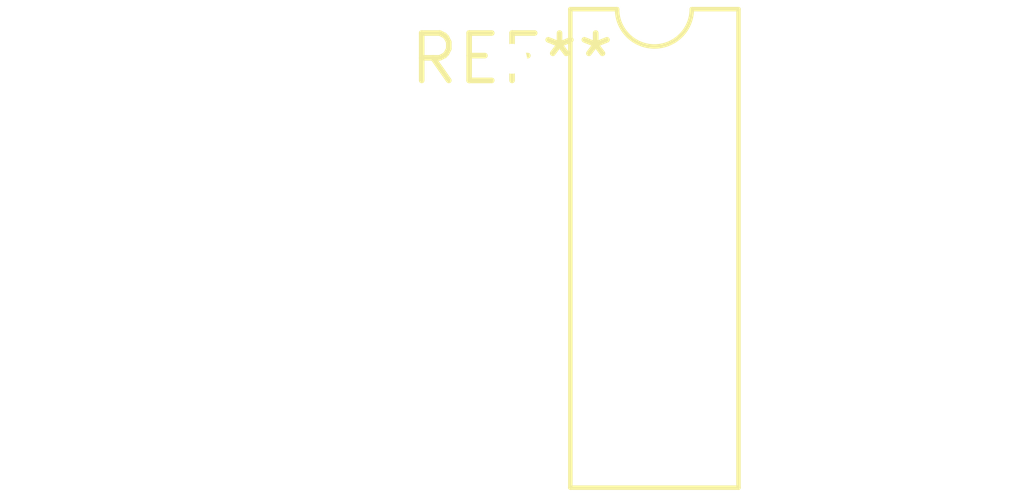
<source format=kicad_pcb>
(kicad_pcb (version 20240108) (generator pcbnew)
  (layers (0 "F.Cu" signal) (31 "B.Cu" signal) (34 "B.Paste" user) (35 "F.Paste" user) (36 "B.SilkS" user "B.Silkscreen") (37 "F.SilkS" user "F.Silkscreen") (38 "B.Mask" user) (39 "F.Mask" user) (44 "Edge.Cuts" user))
  (net 0 "")
  (footprint "DIP-10_W7.62mm_LongPads" (layer "F.Cu") (at 0 0)
    (property "Reference" "REF**")
    (property "Value" "DIP-10_W7.62mm_LongPads")
    (fp_line (start 1.56 -1.33) (end 1.56 11.49) (layer "F.SilkS") (stroke (width 0.12)))
    (fp_line (start 1.56 11.49) (end 6.06 11.49) (layer "F.SilkS") (stroke (width 0.12)))
    (fp_line (start 2.81 -1.33) (end 1.56 -1.33) (layer "F.SilkS") (stroke (width 0.12)))
    (fp_line (start 6.06 -1.33) (end 4.81 -1.33) (layer "F.SilkS") (stroke (width 0.12)))
    (fp_line (start 6.06 11.49) (end 6.06 -1.33) (layer "F.SilkS") (stroke (width 0.12)))
    (fp_arc (start 4.81 -1.33) (mid 3.81 -0.33) (end 2.81 -1.33) (layer "F.SilkS") (stroke (width 0.12)))
    (pad "1" thru_hole rect (at 0 0) (size 2.4 1.6) (drill 0.8) (layers *.Cu *.Mask) (remove_unused_layers))
    (pad "2" thru_hole oval (at 0 2.54) (size 2.4 1.6) (drill 0.8) (layers *.Cu *.Mask) (remove_unused_layers))
    (pad "3" thru_hole oval (at 0 5.08) (size 2.4 1.6) (drill 0.8) (layers *.Cu *.Mask) (remove_unused_layers))
    (pad "4" thru_hole oval (at 0 7.62) (size 2.4 1.6) (drill 0.8) (layers *.Cu *.Mask) (remove_unused_layers))
    (pad "5" thru_hole oval (at 0 10.16) (size 2.4 1.6) (drill 0.8) (layers *.Cu *.Mask) (remove_unused_layers))
    (pad "6" thru_hole oval (at 7.62 10.16) (size 2.4 1.6) (drill 0.8) (layers *.Cu *.Mask) (remove_unused_layers))
    (pad "7" thru_hole oval (at 7.62 7.62) (size 2.4 1.6) (drill 0.8) (layers *.Cu *.Mask) (remove_unused_layers))
    (pad "8" thru_hole oval (at 7.62 5.08) (size 2.4 1.6) (drill 0.8) (layers *.Cu *.Mask) (remove_unused_layers))
    (pad "9" thru_hole oval (at 7.62 2.54) (size 2.4 1.6) (drill 0.8) (layers *.Cu *.Mask) (remove_unused_layers))
    (pad "10" thru_hole oval (at 7.62 0) (size 2.4 1.6) (drill 0.8) (layers *.Cu *.Mask) (remove_unused_layers))
  )
)
</source>
